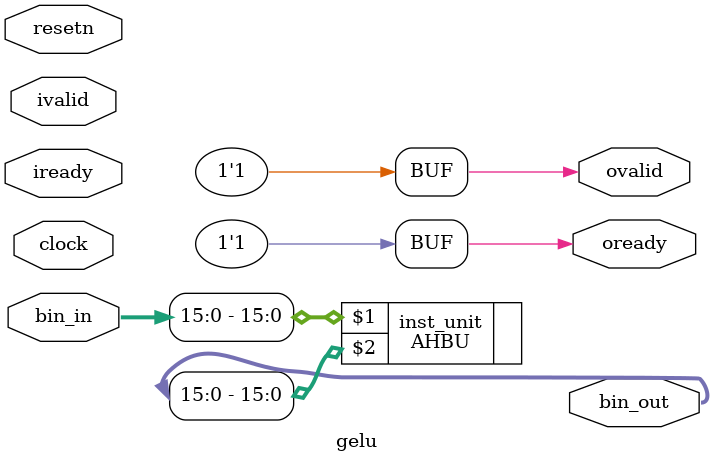
<source format=sv>
`include "GELU_16bit.sv"
`timescale 1ps / 1ps
module gelu (
    input clock,
	input resetn,
    input ivalid,
    input iready,
    output ovalid,
    output oready,
    input [31:0] bin_in, //wire
    output [31:0] bin_out); 

    AHBU inst_unit(bin_in[15:0], bin_out[15:0]);
    assign ovalid = 1'b1;
    assign oready = 1'b1;
endmodule
</source>
